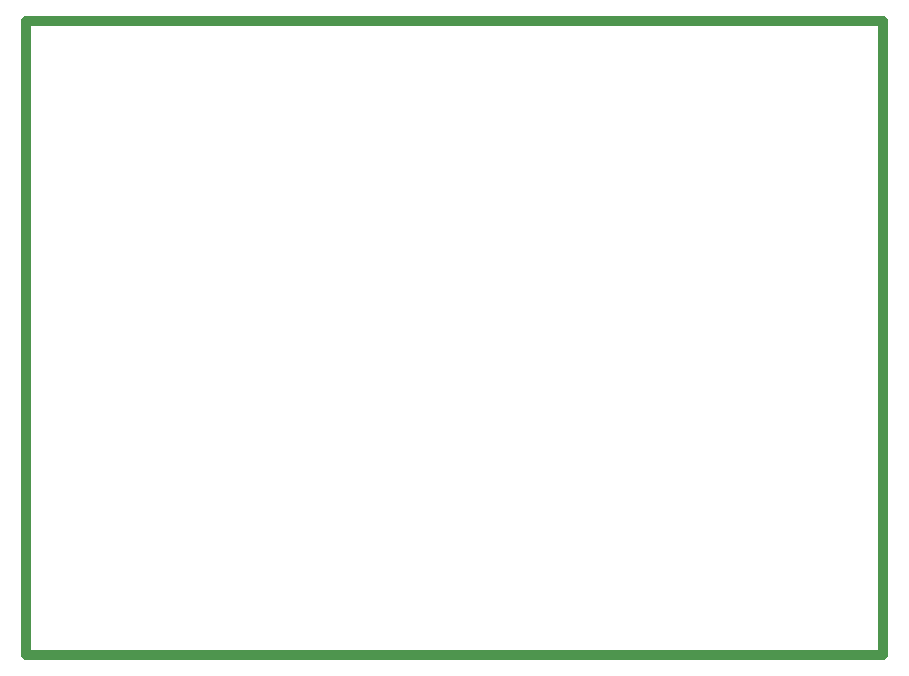
<source format=gm1>
G04 Layer_Color=16711935*
%FSLAX25Y25*%
%MOIN*%
G70*
G01*
G75*
%ADD19C,0.03200*%
D19*
X3032Y461457D02*
X288465D01*
Y456535D02*
Y461457D01*
Y250000D02*
Y456535D01*
X3032Y250000D02*
X288465D01*
X3032D02*
Y461457D01*
M02*

</source>
